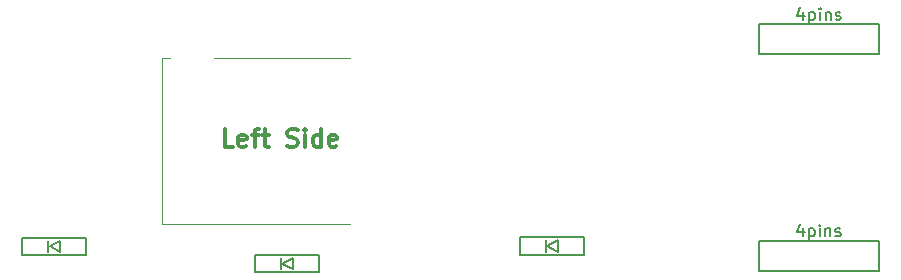
<source format=gbr>
G04 #@! TF.GenerationSoftware,KiCad,Pcbnew,(5.1.6-0-10_14)*
G04 #@! TF.CreationDate,2023-01-09T16:43:16+09:00*
G04 #@! TF.ProjectId,cool644,636f6f6c-3634-4342-9e6b-696361645f70,rev?*
G04 #@! TF.SameCoordinates,Original*
G04 #@! TF.FileFunction,Legend,Top*
G04 #@! TF.FilePolarity,Positive*
%FSLAX46Y46*%
G04 Gerber Fmt 4.6, Leading zero omitted, Abs format (unit mm)*
G04 Created by KiCad (PCBNEW (5.1.6-0-10_14)) date 2023-01-09 16:43:16*
%MOMM*%
%LPD*%
G01*
G04 APERTURE LIST*
%ADD10C,0.300000*%
%ADD11C,0.120000*%
%ADD12C,0.150000*%
G04 APERTURE END LIST*
D10*
X131890000Y78201428D02*
X131175714Y78201428D01*
X131175714Y79701428D01*
X132961428Y78272857D02*
X132818571Y78201428D01*
X132532857Y78201428D01*
X132390000Y78272857D01*
X132318571Y78415714D01*
X132318571Y78987142D01*
X132390000Y79130000D01*
X132532857Y79201428D01*
X132818571Y79201428D01*
X132961428Y79130000D01*
X133032857Y78987142D01*
X133032857Y78844285D01*
X132318571Y78701428D01*
X133461428Y79201428D02*
X134032857Y79201428D01*
X133675714Y78201428D02*
X133675714Y79487142D01*
X133747142Y79630000D01*
X133890000Y79701428D01*
X134032857Y79701428D01*
X134318571Y79201428D02*
X134890000Y79201428D01*
X134532857Y79701428D02*
X134532857Y78415714D01*
X134604285Y78272857D01*
X134747142Y78201428D01*
X134890000Y78201428D01*
X136461428Y78272857D02*
X136675714Y78201428D01*
X137032857Y78201428D01*
X137175714Y78272857D01*
X137247142Y78344285D01*
X137318571Y78487142D01*
X137318571Y78630000D01*
X137247142Y78772857D01*
X137175714Y78844285D01*
X137032857Y78915714D01*
X136747142Y78987142D01*
X136604285Y79058571D01*
X136532857Y79130000D01*
X136461428Y79272857D01*
X136461428Y79415714D01*
X136532857Y79558571D01*
X136604285Y79630000D01*
X136747142Y79701428D01*
X137104285Y79701428D01*
X137318571Y79630000D01*
X137961428Y78201428D02*
X137961428Y79201428D01*
X137961428Y79701428D02*
X137890000Y79630000D01*
X137961428Y79558571D01*
X138032857Y79630000D01*
X137961428Y79701428D01*
X137961428Y79558571D01*
X139318571Y78201428D02*
X139318571Y79701428D01*
X139318571Y78272857D02*
X139175714Y78201428D01*
X138890000Y78201428D01*
X138747142Y78272857D01*
X138675714Y78344285D01*
X138604285Y78487142D01*
X138604285Y78915714D01*
X138675714Y79058571D01*
X138747142Y79130000D01*
X138890000Y79201428D01*
X139175714Y79201428D01*
X139318571Y79130000D01*
X140604285Y78272857D02*
X140461428Y78201428D01*
X140175714Y78201428D01*
X140032857Y78272857D01*
X139961428Y78415714D01*
X139961428Y78987142D01*
X140032857Y79130000D01*
X140175714Y79201428D01*
X140461428Y79201428D01*
X140604285Y79130000D01*
X140675714Y78987142D01*
X140675714Y78844285D01*
X139961428Y78701428D01*
D11*
X125840000Y85690000D02*
X126540000Y85690000D01*
X130240000Y85690000D02*
X141740000Y85690000D01*
X141740000Y71690000D02*
X125840000Y71690000D01*
X125840000Y71690000D02*
X125840000Y85690000D01*
D12*
X176410000Y86020000D02*
X176410000Y88560000D01*
X186570000Y88560000D02*
X186570000Y86020000D01*
X176410000Y88560000D02*
X186570000Y88560000D01*
X176410000Y86020000D02*
X186570000Y86020000D01*
X158480000Y69810000D02*
X159380000Y70310000D01*
X159380000Y70310000D02*
X159380000Y69310000D01*
X159380000Y69310000D02*
X158480000Y69810000D01*
X158380000Y70310000D02*
X158380000Y69310000D01*
X161580000Y70560000D02*
X156180000Y70560000D01*
X156180000Y70560000D02*
X156180000Y69060000D01*
X156180000Y69060000D02*
X161580000Y69060000D01*
X161580000Y69060000D02*
X161580000Y70560000D01*
X176390000Y67690000D02*
X186550000Y67690000D01*
X176390000Y70230000D02*
X186550000Y70230000D01*
X186550000Y70230000D02*
X186550000Y67690000D01*
X176390000Y67690000D02*
X176390000Y70230000D01*
X116320000Y69750000D02*
X117220000Y70250000D01*
X117220000Y70250000D02*
X117220000Y69250000D01*
X117220000Y69250000D02*
X116320000Y69750000D01*
X116220000Y70250000D02*
X116220000Y69250000D01*
X119420000Y70500000D02*
X114020000Y70500000D01*
X114020000Y70500000D02*
X114020000Y69000000D01*
X114020000Y69000000D02*
X119420000Y69000000D01*
X119420000Y69000000D02*
X119420000Y70500000D01*
X139140000Y67550000D02*
X139140000Y69050000D01*
X133740000Y67550000D02*
X139140000Y67550000D01*
X133740000Y69050000D02*
X133740000Y67550000D01*
X139140000Y69050000D02*
X133740000Y69050000D01*
X135940000Y68800000D02*
X135940000Y67800000D01*
X136940000Y67800000D02*
X136040000Y68300000D01*
X136940000Y68800000D02*
X136940000Y67800000D01*
X136040000Y68300000D02*
X136940000Y68800000D01*
X180122857Y89604285D02*
X180122857Y88937619D01*
X179884761Y89985238D02*
X179646666Y89270952D01*
X180265714Y89270952D01*
X180646666Y89604285D02*
X180646666Y88604285D01*
X180646666Y89556666D02*
X180741904Y89604285D01*
X180932380Y89604285D01*
X181027619Y89556666D01*
X181075238Y89509047D01*
X181122857Y89413809D01*
X181122857Y89128095D01*
X181075238Y89032857D01*
X181027619Y88985238D01*
X180932380Y88937619D01*
X180741904Y88937619D01*
X180646666Y88985238D01*
X181551428Y88937619D02*
X181551428Y89604285D01*
X181551428Y89937619D02*
X181503809Y89890000D01*
X181551428Y89842380D01*
X181599047Y89890000D01*
X181551428Y89937619D01*
X181551428Y89842380D01*
X182027619Y89604285D02*
X182027619Y88937619D01*
X182027619Y89509047D02*
X182075238Y89556666D01*
X182170476Y89604285D01*
X182313333Y89604285D01*
X182408571Y89556666D01*
X182456190Y89461428D01*
X182456190Y88937619D01*
X182884761Y88985238D02*
X182980000Y88937619D01*
X183170476Y88937619D01*
X183265714Y88985238D01*
X183313333Y89080476D01*
X183313333Y89128095D01*
X183265714Y89223333D01*
X183170476Y89270952D01*
X183027619Y89270952D01*
X182932380Y89318571D01*
X182884761Y89413809D01*
X182884761Y89461428D01*
X182932380Y89556666D01*
X183027619Y89604285D01*
X183170476Y89604285D01*
X183265714Y89556666D01*
X180102857Y71274285D02*
X180102857Y70607619D01*
X179864761Y71655238D02*
X179626666Y70940952D01*
X180245714Y70940952D01*
X180626666Y71274285D02*
X180626666Y70274285D01*
X180626666Y71226666D02*
X180721904Y71274285D01*
X180912380Y71274285D01*
X181007619Y71226666D01*
X181055238Y71179047D01*
X181102857Y71083809D01*
X181102857Y70798095D01*
X181055238Y70702857D01*
X181007619Y70655238D01*
X180912380Y70607619D01*
X180721904Y70607619D01*
X180626666Y70655238D01*
X181531428Y70607619D02*
X181531428Y71274285D01*
X181531428Y71607619D02*
X181483809Y71560000D01*
X181531428Y71512380D01*
X181579047Y71560000D01*
X181531428Y71607619D01*
X181531428Y71512380D01*
X182007619Y71274285D02*
X182007619Y70607619D01*
X182007619Y71179047D02*
X182055238Y71226666D01*
X182150476Y71274285D01*
X182293333Y71274285D01*
X182388571Y71226666D01*
X182436190Y71131428D01*
X182436190Y70607619D01*
X182864761Y70655238D02*
X182960000Y70607619D01*
X183150476Y70607619D01*
X183245714Y70655238D01*
X183293333Y70750476D01*
X183293333Y70798095D01*
X183245714Y70893333D01*
X183150476Y70940952D01*
X183007619Y70940952D01*
X182912380Y70988571D01*
X182864761Y71083809D01*
X182864761Y71131428D01*
X182912380Y71226666D01*
X183007619Y71274285D01*
X183150476Y71274285D01*
X183245714Y71226666D01*
M02*

</source>
